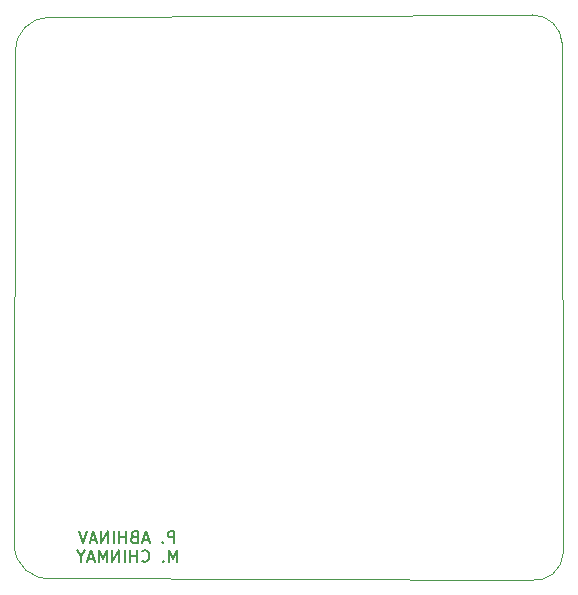
<source format=gbr>
%TF.GenerationSoftware,KiCad,Pcbnew,(6.0.7)*%
%TF.CreationDate,2022-11-05T01:20:28+05:30*%
%TF.ProjectId,Interface_PCB,496e7465-7266-4616-9365-5f5043422e6b,rev?*%
%TF.SameCoordinates,Original*%
%TF.FileFunction,Legend,Bot*%
%TF.FilePolarity,Positive*%
%FSLAX46Y46*%
G04 Gerber Fmt 4.6, Leading zero omitted, Abs format (unit mm)*
G04 Created by KiCad (PCBNEW (6.0.7)) date 2022-11-05 01:20:28*
%MOMM*%
%LPD*%
G01*
G04 APERTURE LIST*
%TA.AperFunction,Profile*%
%ADD10C,0.100000*%
%TD*%
%ADD11C,0.150000*%
G04 APERTURE END LIST*
D10*
X117094000Y-83007162D02*
G75*
G03*
X114147600Y-86004400I-400J-2946438D01*
G01*
X117246400Y-130530600D02*
X157748260Y-130697260D01*
X160477221Y-85216999D02*
G75*
G03*
X157962600Y-82829400I-2514621J-130401D01*
G01*
X157748256Y-130697285D02*
G75*
G03*
X160578800Y-128371600I379644J2423285D01*
G01*
X114096800Y-127736600D02*
X114147600Y-86004400D01*
X117094000Y-83007200D02*
X157962600Y-82829400D01*
X160477200Y-85217000D02*
X160578800Y-128371600D01*
X114096788Y-127736600D02*
G75*
G03*
X117246400Y-130530600I2834212J22700D01*
G01*
D11*
X127650380Y-127536380D02*
X127650380Y-126536380D01*
X127269428Y-126536380D01*
X127174190Y-126584000D01*
X127126571Y-126631619D01*
X127078952Y-126726857D01*
X127078952Y-126869714D01*
X127126571Y-126964952D01*
X127174190Y-127012571D01*
X127269428Y-127060190D01*
X127650380Y-127060190D01*
X126650380Y-127441142D02*
X126602761Y-127488761D01*
X126650380Y-127536380D01*
X126698000Y-127488761D01*
X126650380Y-127441142D01*
X126650380Y-127536380D01*
X125459904Y-127250666D02*
X124983714Y-127250666D01*
X125555142Y-127536380D02*
X125221809Y-126536380D01*
X124888476Y-127536380D01*
X124221809Y-127012571D02*
X124078952Y-127060190D01*
X124031333Y-127107809D01*
X123983714Y-127203047D01*
X123983714Y-127345904D01*
X124031333Y-127441142D01*
X124078952Y-127488761D01*
X124174190Y-127536380D01*
X124555142Y-127536380D01*
X124555142Y-126536380D01*
X124221809Y-126536380D01*
X124126571Y-126584000D01*
X124078952Y-126631619D01*
X124031333Y-126726857D01*
X124031333Y-126822095D01*
X124078952Y-126917333D01*
X124126571Y-126964952D01*
X124221809Y-127012571D01*
X124555142Y-127012571D01*
X123555142Y-127536380D02*
X123555142Y-126536380D01*
X123555142Y-127012571D02*
X122983714Y-127012571D01*
X122983714Y-127536380D02*
X122983714Y-126536380D01*
X122507523Y-127536380D02*
X122507523Y-126536380D01*
X122031333Y-127536380D02*
X122031333Y-126536380D01*
X121459904Y-127536380D01*
X121459904Y-126536380D01*
X121031333Y-127250666D02*
X120555142Y-127250666D01*
X121126571Y-127536380D02*
X120793238Y-126536380D01*
X120459904Y-127536380D01*
X120269428Y-126536380D02*
X119936095Y-127536380D01*
X119602761Y-126536380D01*
X127864666Y-129146380D02*
X127864666Y-128146380D01*
X127531333Y-128860666D01*
X127198000Y-128146380D01*
X127198000Y-129146380D01*
X126721809Y-129051142D02*
X126674190Y-129098761D01*
X126721809Y-129146380D01*
X126769428Y-129098761D01*
X126721809Y-129051142D01*
X126721809Y-129146380D01*
X124912285Y-129051142D02*
X124959904Y-129098761D01*
X125102761Y-129146380D01*
X125198000Y-129146380D01*
X125340857Y-129098761D01*
X125436095Y-129003523D01*
X125483714Y-128908285D01*
X125531333Y-128717809D01*
X125531333Y-128574952D01*
X125483714Y-128384476D01*
X125436095Y-128289238D01*
X125340857Y-128194000D01*
X125198000Y-128146380D01*
X125102761Y-128146380D01*
X124959904Y-128194000D01*
X124912285Y-128241619D01*
X124483714Y-129146380D02*
X124483714Y-128146380D01*
X124483714Y-128622571D02*
X123912285Y-128622571D01*
X123912285Y-129146380D02*
X123912285Y-128146380D01*
X123436095Y-129146380D02*
X123436095Y-128146380D01*
X122959904Y-129146380D02*
X122959904Y-128146380D01*
X122388476Y-129146380D01*
X122388476Y-128146380D01*
X121912285Y-129146380D02*
X121912285Y-128146380D01*
X121578952Y-128860666D01*
X121245619Y-128146380D01*
X121245619Y-129146380D01*
X120817047Y-128860666D02*
X120340857Y-128860666D01*
X120912285Y-129146380D02*
X120578952Y-128146380D01*
X120245619Y-129146380D01*
X119721809Y-128670190D02*
X119721809Y-129146380D01*
X120055142Y-128146380D02*
X119721809Y-128670190D01*
X119388476Y-128146380D01*
M02*

</source>
